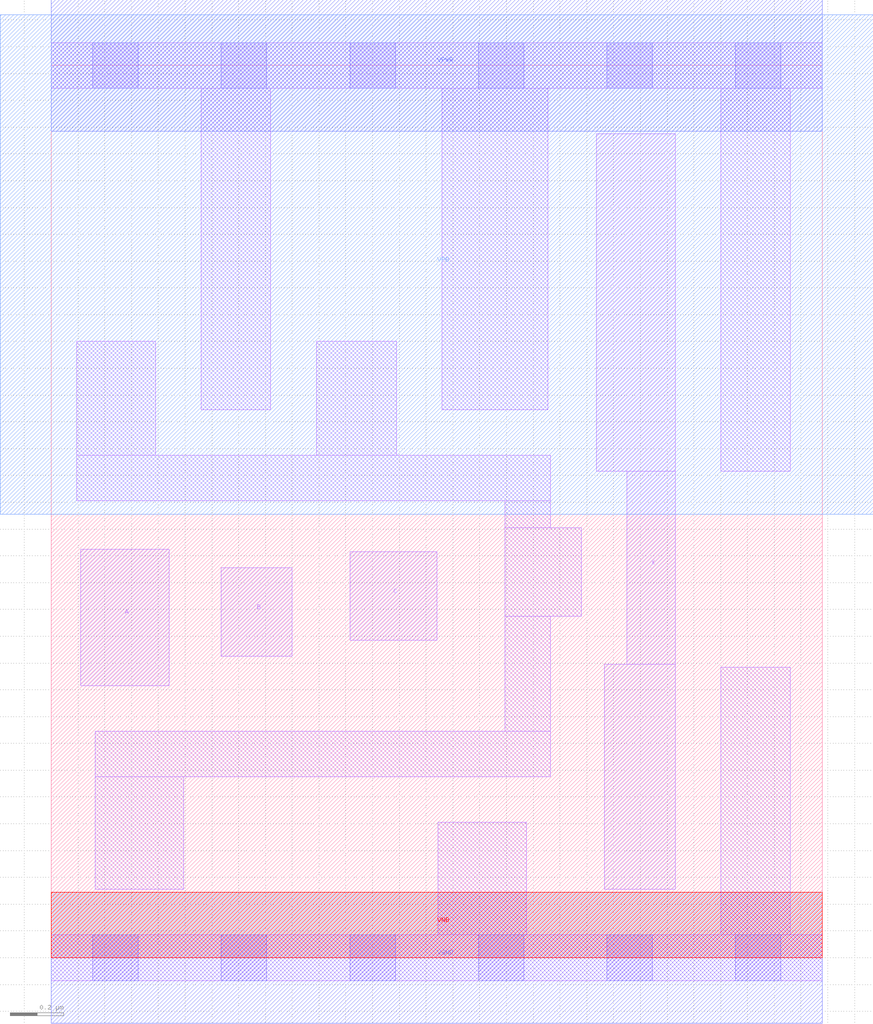
<source format=lef>
# Copyright 2020 The SkyWater PDK Authors
#
# Licensed under the Apache License, Version 2.0 (the "License");
# you may not use this file except in compliance with the License.
# You may obtain a copy of the License at
#
#     https://www.apache.org/licenses/LICENSE-2.0
#
# Unless required by applicable law or agreed to in writing, software
# distributed under the License is distributed on an "AS IS" BASIS,
# WITHOUT WARRANTIES OR CONDITIONS OF ANY KIND, either express or implied.
# See the License for the specific language governing permissions and
# limitations under the License.
#
# SPDX-License-Identifier: Apache-2.0

VERSION 5.7 ;
  NOWIREEXTENSIONATPIN ON ;
  DIVIDERCHAR "/" ;
  BUSBITCHARS "[]" ;
MACRO sky130_fd_sc_lp__and3_2
  CLASS CORE ;
  FOREIGN sky130_fd_sc_lp__and3_2 ;
  ORIGIN  0.000000  0.000000 ;
  SIZE  2.880000 BY  3.330000 ;
  SYMMETRY X Y R90 ;
  SITE unit ;
  PIN A
    ANTENNAGATEAREA  0.126000 ;
    DIRECTION INPUT ;
    USE SIGNAL ;
    PORT
      LAYER li1 ;
        RECT 0.110000 1.015000 0.440000 1.525000 ;
    END
  END A
  PIN B
    ANTENNAGATEAREA  0.126000 ;
    DIRECTION INPUT ;
    USE SIGNAL ;
    PORT
      LAYER li1 ;
        RECT 0.635000 1.125000 0.900000 1.455000 ;
    END
  END B
  PIN C
    ANTENNAGATEAREA  0.126000 ;
    DIRECTION INPUT ;
    USE SIGNAL ;
    PORT
      LAYER li1 ;
        RECT 1.115000 1.185000 1.440000 1.515000 ;
    END
  END C
  PIN X
    ANTENNADIFFAREA  0.588000 ;
    DIRECTION OUTPUT ;
    USE SIGNAL ;
    PORT
      LAYER li1 ;
        RECT 2.035000 1.815000 2.330000 3.075000 ;
        RECT 2.065000 0.255000 2.330000 1.095000 ;
        RECT 2.150000 1.095000 2.330000 1.815000 ;
    END
  END X
  PIN VGND
    DIRECTION INOUT ;
    USE GROUND ;
    PORT
      LAYER met1 ;
        RECT 0.000000 -0.245000 2.880000 0.245000 ;
    END
  END VGND
  PIN VNB
    DIRECTION INOUT ;
    USE GROUND ;
    PORT
      LAYER pwell ;
        RECT 0.000000 0.000000 2.880000 0.245000 ;
    END
  END VNB
  PIN VPB
    DIRECTION INOUT ;
    USE POWER ;
    PORT
      LAYER nwell ;
        RECT -0.190000 1.655000 3.070000 3.520000 ;
    END
  END VPB
  PIN VPWR
    DIRECTION INOUT ;
    USE POWER ;
    PORT
      LAYER met1 ;
        RECT 0.000000 3.085000 2.880000 3.575000 ;
    END
  END VPWR
  OBS
    LAYER li1 ;
      RECT 0.000000 -0.085000 2.880000 0.085000 ;
      RECT 0.000000  3.245000 2.880000 3.415000 ;
      RECT 0.095000  1.705000 1.865000 1.875000 ;
      RECT 0.095000  1.875000 0.390000 2.300000 ;
      RECT 0.165000  0.255000 0.495000 0.675000 ;
      RECT 0.165000  0.675000 1.865000 0.845000 ;
      RECT 0.560000  2.045000 0.820000 3.245000 ;
      RECT 0.990000  1.875000 1.290000 2.300000 ;
      RECT 1.445000  0.085000 1.775000 0.505000 ;
      RECT 1.460000  2.045000 1.855000 3.245000 ;
      RECT 1.695000  0.845000 1.865000 1.275000 ;
      RECT 1.695000  1.275000 1.980000 1.605000 ;
      RECT 1.695000  1.605000 1.865000 1.705000 ;
      RECT 2.500000  0.085000 2.760000 1.085000 ;
      RECT 2.500000  1.815000 2.760000 3.245000 ;
    LAYER mcon ;
      RECT 0.155000 -0.085000 0.325000 0.085000 ;
      RECT 0.155000  3.245000 0.325000 3.415000 ;
      RECT 0.635000 -0.085000 0.805000 0.085000 ;
      RECT 0.635000  3.245000 0.805000 3.415000 ;
      RECT 1.115000 -0.085000 1.285000 0.085000 ;
      RECT 1.115000  3.245000 1.285000 3.415000 ;
      RECT 1.595000 -0.085000 1.765000 0.085000 ;
      RECT 1.595000  3.245000 1.765000 3.415000 ;
      RECT 2.075000 -0.085000 2.245000 0.085000 ;
      RECT 2.075000  3.245000 2.245000 3.415000 ;
      RECT 2.555000 -0.085000 2.725000 0.085000 ;
      RECT 2.555000  3.245000 2.725000 3.415000 ;
  END
END sky130_fd_sc_lp__and3_2
END LIBRARY

</source>
